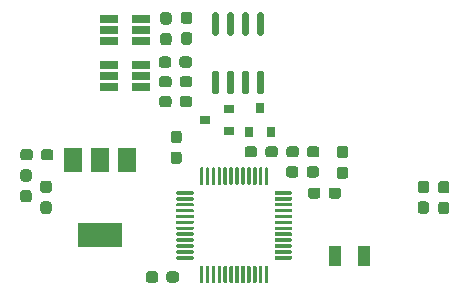
<source format=gbr>
%TF.GenerationSoftware,KiCad,Pcbnew,(5.1.6-0-10_14)*%
%TF.CreationDate,2020-07-31T15:00:41-05:00*%
%TF.ProjectId,final_fingerprint_sensor,66696e61-6c5f-4666-996e-676572707269,rev?*%
%TF.SameCoordinates,Original*%
%TF.FileFunction,Paste,Top*%
%TF.FilePolarity,Positive*%
%FSLAX46Y46*%
G04 Gerber Fmt 4.6, Leading zero omitted, Abs format (unit mm)*
G04 Created by KiCad (PCBNEW (5.1.6-0-10_14)) date 2020-07-31 15:00:41*
%MOMM*%
%LPD*%
G01*
G04 APERTURE LIST*
%ADD10R,0.900000X0.800000*%
%ADD11R,0.800000X0.900000*%
%ADD12R,3.800000X2.000000*%
%ADD13R,1.500000X2.000000*%
%ADD14R,1.560000X0.650000*%
%ADD15R,1.000000X1.800000*%
G04 APERTURE END LIST*
%TO.C,U3*%
G36*
G01*
X133675000Y-77600000D02*
X133675000Y-77750000D01*
G75*
G02*
X133600000Y-77825000I-75000J0D01*
G01*
X132275000Y-77825000D01*
G75*
G02*
X132200000Y-77750000I0J75000D01*
G01*
X132200000Y-77600000D01*
G75*
G02*
X132275000Y-77525000I75000J0D01*
G01*
X133600000Y-77525000D01*
G75*
G02*
X133675000Y-77600000I0J-75000D01*
G01*
G37*
G36*
G01*
X133675000Y-77100000D02*
X133675000Y-77250000D01*
G75*
G02*
X133600000Y-77325000I-75000J0D01*
G01*
X132275000Y-77325000D01*
G75*
G02*
X132200000Y-77250000I0J75000D01*
G01*
X132200000Y-77100000D01*
G75*
G02*
X132275000Y-77025000I75000J0D01*
G01*
X133600000Y-77025000D01*
G75*
G02*
X133675000Y-77100000I0J-75000D01*
G01*
G37*
G36*
G01*
X133675000Y-76600000D02*
X133675000Y-76750000D01*
G75*
G02*
X133600000Y-76825000I-75000J0D01*
G01*
X132275000Y-76825000D01*
G75*
G02*
X132200000Y-76750000I0J75000D01*
G01*
X132200000Y-76600000D01*
G75*
G02*
X132275000Y-76525000I75000J0D01*
G01*
X133600000Y-76525000D01*
G75*
G02*
X133675000Y-76600000I0J-75000D01*
G01*
G37*
G36*
G01*
X133675000Y-76100000D02*
X133675000Y-76250000D01*
G75*
G02*
X133600000Y-76325000I-75000J0D01*
G01*
X132275000Y-76325000D01*
G75*
G02*
X132200000Y-76250000I0J75000D01*
G01*
X132200000Y-76100000D01*
G75*
G02*
X132275000Y-76025000I75000J0D01*
G01*
X133600000Y-76025000D01*
G75*
G02*
X133675000Y-76100000I0J-75000D01*
G01*
G37*
G36*
G01*
X133675000Y-75600000D02*
X133675000Y-75750000D01*
G75*
G02*
X133600000Y-75825000I-75000J0D01*
G01*
X132275000Y-75825000D01*
G75*
G02*
X132200000Y-75750000I0J75000D01*
G01*
X132200000Y-75600000D01*
G75*
G02*
X132275000Y-75525000I75000J0D01*
G01*
X133600000Y-75525000D01*
G75*
G02*
X133675000Y-75600000I0J-75000D01*
G01*
G37*
G36*
G01*
X133675000Y-75100000D02*
X133675000Y-75250000D01*
G75*
G02*
X133600000Y-75325000I-75000J0D01*
G01*
X132275000Y-75325000D01*
G75*
G02*
X132200000Y-75250000I0J75000D01*
G01*
X132200000Y-75100000D01*
G75*
G02*
X132275000Y-75025000I75000J0D01*
G01*
X133600000Y-75025000D01*
G75*
G02*
X133675000Y-75100000I0J-75000D01*
G01*
G37*
G36*
G01*
X133675000Y-74600000D02*
X133675000Y-74750000D01*
G75*
G02*
X133600000Y-74825000I-75000J0D01*
G01*
X132275000Y-74825000D01*
G75*
G02*
X132200000Y-74750000I0J75000D01*
G01*
X132200000Y-74600000D01*
G75*
G02*
X132275000Y-74525000I75000J0D01*
G01*
X133600000Y-74525000D01*
G75*
G02*
X133675000Y-74600000I0J-75000D01*
G01*
G37*
G36*
G01*
X133675000Y-74100000D02*
X133675000Y-74250000D01*
G75*
G02*
X133600000Y-74325000I-75000J0D01*
G01*
X132275000Y-74325000D01*
G75*
G02*
X132200000Y-74250000I0J75000D01*
G01*
X132200000Y-74100000D01*
G75*
G02*
X132275000Y-74025000I75000J0D01*
G01*
X133600000Y-74025000D01*
G75*
G02*
X133675000Y-74100000I0J-75000D01*
G01*
G37*
G36*
G01*
X133675000Y-73600000D02*
X133675000Y-73750000D01*
G75*
G02*
X133600000Y-73825000I-75000J0D01*
G01*
X132275000Y-73825000D01*
G75*
G02*
X132200000Y-73750000I0J75000D01*
G01*
X132200000Y-73600000D01*
G75*
G02*
X132275000Y-73525000I75000J0D01*
G01*
X133600000Y-73525000D01*
G75*
G02*
X133675000Y-73600000I0J-75000D01*
G01*
G37*
G36*
G01*
X133675000Y-73100000D02*
X133675000Y-73250000D01*
G75*
G02*
X133600000Y-73325000I-75000J0D01*
G01*
X132275000Y-73325000D01*
G75*
G02*
X132200000Y-73250000I0J75000D01*
G01*
X132200000Y-73100000D01*
G75*
G02*
X132275000Y-73025000I75000J0D01*
G01*
X133600000Y-73025000D01*
G75*
G02*
X133675000Y-73100000I0J-75000D01*
G01*
G37*
G36*
G01*
X133675000Y-72600000D02*
X133675000Y-72750000D01*
G75*
G02*
X133600000Y-72825000I-75000J0D01*
G01*
X132275000Y-72825000D01*
G75*
G02*
X132200000Y-72750000I0J75000D01*
G01*
X132200000Y-72600000D01*
G75*
G02*
X132275000Y-72525000I75000J0D01*
G01*
X133600000Y-72525000D01*
G75*
G02*
X133675000Y-72600000I0J-75000D01*
G01*
G37*
G36*
G01*
X133675000Y-72100000D02*
X133675000Y-72250000D01*
G75*
G02*
X133600000Y-72325000I-75000J0D01*
G01*
X132275000Y-72325000D01*
G75*
G02*
X132200000Y-72250000I0J75000D01*
G01*
X132200000Y-72100000D01*
G75*
G02*
X132275000Y-72025000I75000J0D01*
G01*
X133600000Y-72025000D01*
G75*
G02*
X133675000Y-72100000I0J-75000D01*
G01*
G37*
G36*
G01*
X131675000Y-70100000D02*
X131675000Y-71425000D01*
G75*
G02*
X131600000Y-71500000I-75000J0D01*
G01*
X131450000Y-71500000D01*
G75*
G02*
X131375000Y-71425000I0J75000D01*
G01*
X131375000Y-70100000D01*
G75*
G02*
X131450000Y-70025000I75000J0D01*
G01*
X131600000Y-70025000D01*
G75*
G02*
X131675000Y-70100000I0J-75000D01*
G01*
G37*
G36*
G01*
X131175000Y-70100000D02*
X131175000Y-71425000D01*
G75*
G02*
X131100000Y-71500000I-75000J0D01*
G01*
X130950000Y-71500000D01*
G75*
G02*
X130875000Y-71425000I0J75000D01*
G01*
X130875000Y-70100000D01*
G75*
G02*
X130950000Y-70025000I75000J0D01*
G01*
X131100000Y-70025000D01*
G75*
G02*
X131175000Y-70100000I0J-75000D01*
G01*
G37*
G36*
G01*
X130675000Y-70100000D02*
X130675000Y-71425000D01*
G75*
G02*
X130600000Y-71500000I-75000J0D01*
G01*
X130450000Y-71500000D01*
G75*
G02*
X130375000Y-71425000I0J75000D01*
G01*
X130375000Y-70100000D01*
G75*
G02*
X130450000Y-70025000I75000J0D01*
G01*
X130600000Y-70025000D01*
G75*
G02*
X130675000Y-70100000I0J-75000D01*
G01*
G37*
G36*
G01*
X130175000Y-70100000D02*
X130175000Y-71425000D01*
G75*
G02*
X130100000Y-71500000I-75000J0D01*
G01*
X129950000Y-71500000D01*
G75*
G02*
X129875000Y-71425000I0J75000D01*
G01*
X129875000Y-70100000D01*
G75*
G02*
X129950000Y-70025000I75000J0D01*
G01*
X130100000Y-70025000D01*
G75*
G02*
X130175000Y-70100000I0J-75000D01*
G01*
G37*
G36*
G01*
X129675000Y-70100000D02*
X129675000Y-71425000D01*
G75*
G02*
X129600000Y-71500000I-75000J0D01*
G01*
X129450000Y-71500000D01*
G75*
G02*
X129375000Y-71425000I0J75000D01*
G01*
X129375000Y-70100000D01*
G75*
G02*
X129450000Y-70025000I75000J0D01*
G01*
X129600000Y-70025000D01*
G75*
G02*
X129675000Y-70100000I0J-75000D01*
G01*
G37*
G36*
G01*
X129175000Y-70100000D02*
X129175000Y-71425000D01*
G75*
G02*
X129100000Y-71500000I-75000J0D01*
G01*
X128950000Y-71500000D01*
G75*
G02*
X128875000Y-71425000I0J75000D01*
G01*
X128875000Y-70100000D01*
G75*
G02*
X128950000Y-70025000I75000J0D01*
G01*
X129100000Y-70025000D01*
G75*
G02*
X129175000Y-70100000I0J-75000D01*
G01*
G37*
G36*
G01*
X128675000Y-70100000D02*
X128675000Y-71425000D01*
G75*
G02*
X128600000Y-71500000I-75000J0D01*
G01*
X128450000Y-71500000D01*
G75*
G02*
X128375000Y-71425000I0J75000D01*
G01*
X128375000Y-70100000D01*
G75*
G02*
X128450000Y-70025000I75000J0D01*
G01*
X128600000Y-70025000D01*
G75*
G02*
X128675000Y-70100000I0J-75000D01*
G01*
G37*
G36*
G01*
X128175000Y-70100000D02*
X128175000Y-71425000D01*
G75*
G02*
X128100000Y-71500000I-75000J0D01*
G01*
X127950000Y-71500000D01*
G75*
G02*
X127875000Y-71425000I0J75000D01*
G01*
X127875000Y-70100000D01*
G75*
G02*
X127950000Y-70025000I75000J0D01*
G01*
X128100000Y-70025000D01*
G75*
G02*
X128175000Y-70100000I0J-75000D01*
G01*
G37*
G36*
G01*
X127675000Y-70100000D02*
X127675000Y-71425000D01*
G75*
G02*
X127600000Y-71500000I-75000J0D01*
G01*
X127450000Y-71500000D01*
G75*
G02*
X127375000Y-71425000I0J75000D01*
G01*
X127375000Y-70100000D01*
G75*
G02*
X127450000Y-70025000I75000J0D01*
G01*
X127600000Y-70025000D01*
G75*
G02*
X127675000Y-70100000I0J-75000D01*
G01*
G37*
G36*
G01*
X127175000Y-70100000D02*
X127175000Y-71425000D01*
G75*
G02*
X127100000Y-71500000I-75000J0D01*
G01*
X126950000Y-71500000D01*
G75*
G02*
X126875000Y-71425000I0J75000D01*
G01*
X126875000Y-70100000D01*
G75*
G02*
X126950000Y-70025000I75000J0D01*
G01*
X127100000Y-70025000D01*
G75*
G02*
X127175000Y-70100000I0J-75000D01*
G01*
G37*
G36*
G01*
X126675000Y-70100000D02*
X126675000Y-71425000D01*
G75*
G02*
X126600000Y-71500000I-75000J0D01*
G01*
X126450000Y-71500000D01*
G75*
G02*
X126375000Y-71425000I0J75000D01*
G01*
X126375000Y-70100000D01*
G75*
G02*
X126450000Y-70025000I75000J0D01*
G01*
X126600000Y-70025000D01*
G75*
G02*
X126675000Y-70100000I0J-75000D01*
G01*
G37*
G36*
G01*
X126175000Y-70100000D02*
X126175000Y-71425000D01*
G75*
G02*
X126100000Y-71500000I-75000J0D01*
G01*
X125950000Y-71500000D01*
G75*
G02*
X125875000Y-71425000I0J75000D01*
G01*
X125875000Y-70100000D01*
G75*
G02*
X125950000Y-70025000I75000J0D01*
G01*
X126100000Y-70025000D01*
G75*
G02*
X126175000Y-70100000I0J-75000D01*
G01*
G37*
G36*
G01*
X125350000Y-72100000D02*
X125350000Y-72250000D01*
G75*
G02*
X125275000Y-72325000I-75000J0D01*
G01*
X123950000Y-72325000D01*
G75*
G02*
X123875000Y-72250000I0J75000D01*
G01*
X123875000Y-72100000D01*
G75*
G02*
X123950000Y-72025000I75000J0D01*
G01*
X125275000Y-72025000D01*
G75*
G02*
X125350000Y-72100000I0J-75000D01*
G01*
G37*
G36*
G01*
X125350000Y-72600000D02*
X125350000Y-72750000D01*
G75*
G02*
X125275000Y-72825000I-75000J0D01*
G01*
X123950000Y-72825000D01*
G75*
G02*
X123875000Y-72750000I0J75000D01*
G01*
X123875000Y-72600000D01*
G75*
G02*
X123950000Y-72525000I75000J0D01*
G01*
X125275000Y-72525000D01*
G75*
G02*
X125350000Y-72600000I0J-75000D01*
G01*
G37*
G36*
G01*
X125350000Y-73100000D02*
X125350000Y-73250000D01*
G75*
G02*
X125275000Y-73325000I-75000J0D01*
G01*
X123950000Y-73325000D01*
G75*
G02*
X123875000Y-73250000I0J75000D01*
G01*
X123875000Y-73100000D01*
G75*
G02*
X123950000Y-73025000I75000J0D01*
G01*
X125275000Y-73025000D01*
G75*
G02*
X125350000Y-73100000I0J-75000D01*
G01*
G37*
G36*
G01*
X125350000Y-73600000D02*
X125350000Y-73750000D01*
G75*
G02*
X125275000Y-73825000I-75000J0D01*
G01*
X123950000Y-73825000D01*
G75*
G02*
X123875000Y-73750000I0J75000D01*
G01*
X123875000Y-73600000D01*
G75*
G02*
X123950000Y-73525000I75000J0D01*
G01*
X125275000Y-73525000D01*
G75*
G02*
X125350000Y-73600000I0J-75000D01*
G01*
G37*
G36*
G01*
X125350000Y-74100000D02*
X125350000Y-74250000D01*
G75*
G02*
X125275000Y-74325000I-75000J0D01*
G01*
X123950000Y-74325000D01*
G75*
G02*
X123875000Y-74250000I0J75000D01*
G01*
X123875000Y-74100000D01*
G75*
G02*
X123950000Y-74025000I75000J0D01*
G01*
X125275000Y-74025000D01*
G75*
G02*
X125350000Y-74100000I0J-75000D01*
G01*
G37*
G36*
G01*
X125350000Y-74600000D02*
X125350000Y-74750000D01*
G75*
G02*
X125275000Y-74825000I-75000J0D01*
G01*
X123950000Y-74825000D01*
G75*
G02*
X123875000Y-74750000I0J75000D01*
G01*
X123875000Y-74600000D01*
G75*
G02*
X123950000Y-74525000I75000J0D01*
G01*
X125275000Y-74525000D01*
G75*
G02*
X125350000Y-74600000I0J-75000D01*
G01*
G37*
G36*
G01*
X125350000Y-75100000D02*
X125350000Y-75250000D01*
G75*
G02*
X125275000Y-75325000I-75000J0D01*
G01*
X123950000Y-75325000D01*
G75*
G02*
X123875000Y-75250000I0J75000D01*
G01*
X123875000Y-75100000D01*
G75*
G02*
X123950000Y-75025000I75000J0D01*
G01*
X125275000Y-75025000D01*
G75*
G02*
X125350000Y-75100000I0J-75000D01*
G01*
G37*
G36*
G01*
X125350000Y-75600000D02*
X125350000Y-75750000D01*
G75*
G02*
X125275000Y-75825000I-75000J0D01*
G01*
X123950000Y-75825000D01*
G75*
G02*
X123875000Y-75750000I0J75000D01*
G01*
X123875000Y-75600000D01*
G75*
G02*
X123950000Y-75525000I75000J0D01*
G01*
X125275000Y-75525000D01*
G75*
G02*
X125350000Y-75600000I0J-75000D01*
G01*
G37*
G36*
G01*
X125350000Y-76100000D02*
X125350000Y-76250000D01*
G75*
G02*
X125275000Y-76325000I-75000J0D01*
G01*
X123950000Y-76325000D01*
G75*
G02*
X123875000Y-76250000I0J75000D01*
G01*
X123875000Y-76100000D01*
G75*
G02*
X123950000Y-76025000I75000J0D01*
G01*
X125275000Y-76025000D01*
G75*
G02*
X125350000Y-76100000I0J-75000D01*
G01*
G37*
G36*
G01*
X125350000Y-76600000D02*
X125350000Y-76750000D01*
G75*
G02*
X125275000Y-76825000I-75000J0D01*
G01*
X123950000Y-76825000D01*
G75*
G02*
X123875000Y-76750000I0J75000D01*
G01*
X123875000Y-76600000D01*
G75*
G02*
X123950000Y-76525000I75000J0D01*
G01*
X125275000Y-76525000D01*
G75*
G02*
X125350000Y-76600000I0J-75000D01*
G01*
G37*
G36*
G01*
X125350000Y-77100000D02*
X125350000Y-77250000D01*
G75*
G02*
X125275000Y-77325000I-75000J0D01*
G01*
X123950000Y-77325000D01*
G75*
G02*
X123875000Y-77250000I0J75000D01*
G01*
X123875000Y-77100000D01*
G75*
G02*
X123950000Y-77025000I75000J0D01*
G01*
X125275000Y-77025000D01*
G75*
G02*
X125350000Y-77100000I0J-75000D01*
G01*
G37*
G36*
G01*
X125350000Y-77600000D02*
X125350000Y-77750000D01*
G75*
G02*
X125275000Y-77825000I-75000J0D01*
G01*
X123950000Y-77825000D01*
G75*
G02*
X123875000Y-77750000I0J75000D01*
G01*
X123875000Y-77600000D01*
G75*
G02*
X123950000Y-77525000I75000J0D01*
G01*
X125275000Y-77525000D01*
G75*
G02*
X125350000Y-77600000I0J-75000D01*
G01*
G37*
G36*
G01*
X126175000Y-78425000D02*
X126175000Y-79750000D01*
G75*
G02*
X126100000Y-79825000I-75000J0D01*
G01*
X125950000Y-79825000D01*
G75*
G02*
X125875000Y-79750000I0J75000D01*
G01*
X125875000Y-78425000D01*
G75*
G02*
X125950000Y-78350000I75000J0D01*
G01*
X126100000Y-78350000D01*
G75*
G02*
X126175000Y-78425000I0J-75000D01*
G01*
G37*
G36*
G01*
X126675000Y-78425000D02*
X126675000Y-79750000D01*
G75*
G02*
X126600000Y-79825000I-75000J0D01*
G01*
X126450000Y-79825000D01*
G75*
G02*
X126375000Y-79750000I0J75000D01*
G01*
X126375000Y-78425000D01*
G75*
G02*
X126450000Y-78350000I75000J0D01*
G01*
X126600000Y-78350000D01*
G75*
G02*
X126675000Y-78425000I0J-75000D01*
G01*
G37*
G36*
G01*
X127175000Y-78425000D02*
X127175000Y-79750000D01*
G75*
G02*
X127100000Y-79825000I-75000J0D01*
G01*
X126950000Y-79825000D01*
G75*
G02*
X126875000Y-79750000I0J75000D01*
G01*
X126875000Y-78425000D01*
G75*
G02*
X126950000Y-78350000I75000J0D01*
G01*
X127100000Y-78350000D01*
G75*
G02*
X127175000Y-78425000I0J-75000D01*
G01*
G37*
G36*
G01*
X127675000Y-78425000D02*
X127675000Y-79750000D01*
G75*
G02*
X127600000Y-79825000I-75000J0D01*
G01*
X127450000Y-79825000D01*
G75*
G02*
X127375000Y-79750000I0J75000D01*
G01*
X127375000Y-78425000D01*
G75*
G02*
X127450000Y-78350000I75000J0D01*
G01*
X127600000Y-78350000D01*
G75*
G02*
X127675000Y-78425000I0J-75000D01*
G01*
G37*
G36*
G01*
X128175000Y-78425000D02*
X128175000Y-79750000D01*
G75*
G02*
X128100000Y-79825000I-75000J0D01*
G01*
X127950000Y-79825000D01*
G75*
G02*
X127875000Y-79750000I0J75000D01*
G01*
X127875000Y-78425000D01*
G75*
G02*
X127950000Y-78350000I75000J0D01*
G01*
X128100000Y-78350000D01*
G75*
G02*
X128175000Y-78425000I0J-75000D01*
G01*
G37*
G36*
G01*
X128675000Y-78425000D02*
X128675000Y-79750000D01*
G75*
G02*
X128600000Y-79825000I-75000J0D01*
G01*
X128450000Y-79825000D01*
G75*
G02*
X128375000Y-79750000I0J75000D01*
G01*
X128375000Y-78425000D01*
G75*
G02*
X128450000Y-78350000I75000J0D01*
G01*
X128600000Y-78350000D01*
G75*
G02*
X128675000Y-78425000I0J-75000D01*
G01*
G37*
G36*
G01*
X129175000Y-78425000D02*
X129175000Y-79750000D01*
G75*
G02*
X129100000Y-79825000I-75000J0D01*
G01*
X128950000Y-79825000D01*
G75*
G02*
X128875000Y-79750000I0J75000D01*
G01*
X128875000Y-78425000D01*
G75*
G02*
X128950000Y-78350000I75000J0D01*
G01*
X129100000Y-78350000D01*
G75*
G02*
X129175000Y-78425000I0J-75000D01*
G01*
G37*
G36*
G01*
X129675000Y-78425000D02*
X129675000Y-79750000D01*
G75*
G02*
X129600000Y-79825000I-75000J0D01*
G01*
X129450000Y-79825000D01*
G75*
G02*
X129375000Y-79750000I0J75000D01*
G01*
X129375000Y-78425000D01*
G75*
G02*
X129450000Y-78350000I75000J0D01*
G01*
X129600000Y-78350000D01*
G75*
G02*
X129675000Y-78425000I0J-75000D01*
G01*
G37*
G36*
G01*
X130175000Y-78425000D02*
X130175000Y-79750000D01*
G75*
G02*
X130100000Y-79825000I-75000J0D01*
G01*
X129950000Y-79825000D01*
G75*
G02*
X129875000Y-79750000I0J75000D01*
G01*
X129875000Y-78425000D01*
G75*
G02*
X129950000Y-78350000I75000J0D01*
G01*
X130100000Y-78350000D01*
G75*
G02*
X130175000Y-78425000I0J-75000D01*
G01*
G37*
G36*
G01*
X130675000Y-78425000D02*
X130675000Y-79750000D01*
G75*
G02*
X130600000Y-79825000I-75000J0D01*
G01*
X130450000Y-79825000D01*
G75*
G02*
X130375000Y-79750000I0J75000D01*
G01*
X130375000Y-78425000D01*
G75*
G02*
X130450000Y-78350000I75000J0D01*
G01*
X130600000Y-78350000D01*
G75*
G02*
X130675000Y-78425000I0J-75000D01*
G01*
G37*
G36*
G01*
X131175000Y-78425000D02*
X131175000Y-79750000D01*
G75*
G02*
X131100000Y-79825000I-75000J0D01*
G01*
X130950000Y-79825000D01*
G75*
G02*
X130875000Y-79750000I0J75000D01*
G01*
X130875000Y-78425000D01*
G75*
G02*
X130950000Y-78350000I75000J0D01*
G01*
X131100000Y-78350000D01*
G75*
G02*
X131175000Y-78425000I0J-75000D01*
G01*
G37*
G36*
G01*
X131675000Y-78425000D02*
X131675000Y-79750000D01*
G75*
G02*
X131600000Y-79825000I-75000J0D01*
G01*
X131450000Y-79825000D01*
G75*
G02*
X131375000Y-79750000I0J75000D01*
G01*
X131375000Y-78425000D01*
G75*
G02*
X131450000Y-78350000I75000J0D01*
G01*
X131600000Y-78350000D01*
G75*
G02*
X131675000Y-78425000I0J-75000D01*
G01*
G37*
%TD*%
%TO.C,C14*%
G36*
G01*
X124175000Y-64687500D02*
X124175000Y-64212500D01*
G75*
G02*
X124412500Y-63975000I237500J0D01*
G01*
X124987500Y-63975000D01*
G75*
G02*
X125225000Y-64212500I0J-237500D01*
G01*
X125225000Y-64687500D01*
G75*
G02*
X124987500Y-64925000I-237500J0D01*
G01*
X124412500Y-64925000D01*
G75*
G02*
X124175000Y-64687500I0J237500D01*
G01*
G37*
G36*
G01*
X122425000Y-64687500D02*
X122425000Y-64212500D01*
G75*
G02*
X122662500Y-63975000I237500J0D01*
G01*
X123237500Y-63975000D01*
G75*
G02*
X123475000Y-64212500I0J-237500D01*
G01*
X123475000Y-64687500D01*
G75*
G02*
X123237500Y-64925000I-237500J0D01*
G01*
X122662500Y-64925000D01*
G75*
G02*
X122425000Y-64687500I0J237500D01*
G01*
G37*
%TD*%
D10*
%TO.C,Q1*%
X126325000Y-66000000D03*
X128325000Y-65050000D03*
X128325000Y-66950000D03*
%TD*%
D11*
%TO.C,Q2*%
X130000000Y-67025000D03*
X131900000Y-67025000D03*
X130950000Y-65025000D03*
%TD*%
%TO.C,R7*%
G36*
G01*
X112612500Y-72900000D02*
X113087500Y-72900000D01*
G75*
G02*
X113325000Y-73137500I0J-237500D01*
G01*
X113325000Y-73712500D01*
G75*
G02*
X113087500Y-73950000I-237500J0D01*
G01*
X112612500Y-73950000D01*
G75*
G02*
X112375000Y-73712500I0J237500D01*
G01*
X112375000Y-73137500D01*
G75*
G02*
X112612500Y-72900000I237500J0D01*
G01*
G37*
G36*
G01*
X112612500Y-71150000D02*
X113087500Y-71150000D01*
G75*
G02*
X113325000Y-71387500I0J-237500D01*
G01*
X113325000Y-71962500D01*
G75*
G02*
X113087500Y-72200000I-237500J0D01*
G01*
X112612500Y-72200000D01*
G75*
G02*
X112375000Y-71962500I0J237500D01*
G01*
X112375000Y-71387500D01*
G75*
G02*
X112612500Y-71150000I237500J0D01*
G01*
G37*
%TD*%
%TO.C,R8*%
G36*
G01*
X110912500Y-70175000D02*
X111387500Y-70175000D01*
G75*
G02*
X111625000Y-70412500I0J-237500D01*
G01*
X111625000Y-70987500D01*
G75*
G02*
X111387500Y-71225000I-237500J0D01*
G01*
X110912500Y-71225000D01*
G75*
G02*
X110675000Y-70987500I0J237500D01*
G01*
X110675000Y-70412500D01*
G75*
G02*
X110912500Y-70175000I237500J0D01*
G01*
G37*
G36*
G01*
X110912500Y-71925000D02*
X111387500Y-71925000D01*
G75*
G02*
X111625000Y-72162500I0J-237500D01*
G01*
X111625000Y-72737500D01*
G75*
G02*
X111387500Y-72975000I-237500J0D01*
G01*
X110912500Y-72975000D01*
G75*
G02*
X110675000Y-72737500I0J237500D01*
G01*
X110675000Y-72162500D01*
G75*
G02*
X110912500Y-71925000I237500J0D01*
G01*
G37*
%TD*%
%TO.C,R9*%
G36*
G01*
X122425000Y-63012500D02*
X122425000Y-62537500D01*
G75*
G02*
X122662500Y-62300000I237500J0D01*
G01*
X123237500Y-62300000D01*
G75*
G02*
X123475000Y-62537500I0J-237500D01*
G01*
X123475000Y-63012500D01*
G75*
G02*
X123237500Y-63250000I-237500J0D01*
G01*
X122662500Y-63250000D01*
G75*
G02*
X122425000Y-63012500I0J237500D01*
G01*
G37*
G36*
G01*
X124175000Y-63012500D02*
X124175000Y-62537500D01*
G75*
G02*
X124412500Y-62300000I237500J0D01*
G01*
X124987500Y-62300000D01*
G75*
G02*
X125225000Y-62537500I0J-237500D01*
G01*
X125225000Y-63012500D01*
G75*
G02*
X124987500Y-63250000I-237500J0D01*
G01*
X124412500Y-63250000D01*
G75*
G02*
X124175000Y-63012500I0J237500D01*
G01*
G37*
%TD*%
%TO.C,R10*%
G36*
G01*
X122762500Y-58625000D02*
X123237500Y-58625000D01*
G75*
G02*
X123475000Y-58862500I0J-237500D01*
G01*
X123475000Y-59437500D01*
G75*
G02*
X123237500Y-59675000I-237500J0D01*
G01*
X122762500Y-59675000D01*
G75*
G02*
X122525000Y-59437500I0J237500D01*
G01*
X122525000Y-58862500D01*
G75*
G02*
X122762500Y-58625000I237500J0D01*
G01*
G37*
G36*
G01*
X122762500Y-56875000D02*
X123237500Y-56875000D01*
G75*
G02*
X123475000Y-57112500I0J-237500D01*
G01*
X123475000Y-57687500D01*
G75*
G02*
X123237500Y-57925000I-237500J0D01*
G01*
X122762500Y-57925000D01*
G75*
G02*
X122525000Y-57687500I0J237500D01*
G01*
X122525000Y-57112500D01*
G75*
G02*
X122762500Y-56875000I237500J0D01*
G01*
G37*
%TD*%
%TO.C,R11*%
G36*
G01*
X136075000Y-71962500D02*
X136075000Y-72437500D01*
G75*
G02*
X135837500Y-72675000I-237500J0D01*
G01*
X135262500Y-72675000D01*
G75*
G02*
X135025000Y-72437500I0J237500D01*
G01*
X135025000Y-71962500D01*
G75*
G02*
X135262500Y-71725000I237500J0D01*
G01*
X135837500Y-71725000D01*
G75*
G02*
X136075000Y-71962500I0J-237500D01*
G01*
G37*
G36*
G01*
X137825000Y-71962500D02*
X137825000Y-72437500D01*
G75*
G02*
X137587500Y-72675000I-237500J0D01*
G01*
X137012500Y-72675000D01*
G75*
G02*
X136775000Y-72437500I0J237500D01*
G01*
X136775000Y-71962500D01*
G75*
G02*
X137012500Y-71725000I237500J0D01*
G01*
X137587500Y-71725000D01*
G75*
G02*
X137825000Y-71962500I0J-237500D01*
G01*
G37*
%TD*%
%TO.C,R12*%
G36*
G01*
X136000000Y-68462500D02*
X136000000Y-68937500D01*
G75*
G02*
X135762500Y-69175000I-237500J0D01*
G01*
X135187500Y-69175000D01*
G75*
G02*
X134950000Y-68937500I0J237500D01*
G01*
X134950000Y-68462500D01*
G75*
G02*
X135187500Y-68225000I237500J0D01*
G01*
X135762500Y-68225000D01*
G75*
G02*
X136000000Y-68462500I0J-237500D01*
G01*
G37*
G36*
G01*
X134250000Y-68462500D02*
X134250000Y-68937500D01*
G75*
G02*
X134012500Y-69175000I-237500J0D01*
G01*
X133437500Y-69175000D01*
G75*
G02*
X133200000Y-68937500I0J237500D01*
G01*
X133200000Y-68462500D01*
G75*
G02*
X133437500Y-68225000I237500J0D01*
G01*
X134012500Y-68225000D01*
G75*
G02*
X134250000Y-68462500I0J-237500D01*
G01*
G37*
%TD*%
%TO.C,R13*%
G36*
G01*
X130725000Y-68462500D02*
X130725000Y-68937500D01*
G75*
G02*
X130487500Y-69175000I-237500J0D01*
G01*
X129912500Y-69175000D01*
G75*
G02*
X129675000Y-68937500I0J237500D01*
G01*
X129675000Y-68462500D01*
G75*
G02*
X129912500Y-68225000I237500J0D01*
G01*
X130487500Y-68225000D01*
G75*
G02*
X130725000Y-68462500I0J-237500D01*
G01*
G37*
G36*
G01*
X132475000Y-68462500D02*
X132475000Y-68937500D01*
G75*
G02*
X132237500Y-69175000I-237500J0D01*
G01*
X131662500Y-69175000D01*
G75*
G02*
X131425000Y-68937500I0J237500D01*
G01*
X131425000Y-68462500D01*
G75*
G02*
X131662500Y-68225000I237500J0D01*
G01*
X132237500Y-68225000D01*
G75*
G02*
X132475000Y-68462500I0J-237500D01*
G01*
G37*
%TD*%
%TO.C,R15*%
G36*
G01*
X122350000Y-79062500D02*
X122350000Y-79537500D01*
G75*
G02*
X122112500Y-79775000I-237500J0D01*
G01*
X121537500Y-79775000D01*
G75*
G02*
X121300000Y-79537500I0J237500D01*
G01*
X121300000Y-79062500D01*
G75*
G02*
X121537500Y-78825000I237500J0D01*
G01*
X122112500Y-78825000D01*
G75*
G02*
X122350000Y-79062500I0J-237500D01*
G01*
G37*
G36*
G01*
X124100000Y-79062500D02*
X124100000Y-79537500D01*
G75*
G02*
X123862500Y-79775000I-237500J0D01*
G01*
X123287500Y-79775000D01*
G75*
G02*
X123050000Y-79537500I0J237500D01*
G01*
X123050000Y-79062500D01*
G75*
G02*
X123287500Y-78825000I237500J0D01*
G01*
X123862500Y-78825000D01*
G75*
G02*
X124100000Y-79062500I0J-237500D01*
G01*
G37*
%TD*%
%TO.C,R16*%
G36*
G01*
X123637500Y-66925000D02*
X124112500Y-66925000D01*
G75*
G02*
X124350000Y-67162500I0J-237500D01*
G01*
X124350000Y-67737500D01*
G75*
G02*
X124112500Y-67975000I-237500J0D01*
G01*
X123637500Y-67975000D01*
G75*
G02*
X123400000Y-67737500I0J237500D01*
G01*
X123400000Y-67162500D01*
G75*
G02*
X123637500Y-66925000I237500J0D01*
G01*
G37*
G36*
G01*
X123637500Y-68675000D02*
X124112500Y-68675000D01*
G75*
G02*
X124350000Y-68912500I0J-237500D01*
G01*
X124350000Y-69487500D01*
G75*
G02*
X124112500Y-69725000I-237500J0D01*
G01*
X123637500Y-69725000D01*
G75*
G02*
X123400000Y-69487500I0J237500D01*
G01*
X123400000Y-68912500D01*
G75*
G02*
X123637500Y-68675000I237500J0D01*
G01*
G37*
%TD*%
%TO.C,R25*%
G36*
G01*
X138187500Y-69250000D02*
X137712500Y-69250000D01*
G75*
G02*
X137475000Y-69012500I0J237500D01*
G01*
X137475000Y-68437500D01*
G75*
G02*
X137712500Y-68200000I237500J0D01*
G01*
X138187500Y-68200000D01*
G75*
G02*
X138425000Y-68437500I0J-237500D01*
G01*
X138425000Y-69012500D01*
G75*
G02*
X138187500Y-69250000I-237500J0D01*
G01*
G37*
G36*
G01*
X138187500Y-71000000D02*
X137712500Y-71000000D01*
G75*
G02*
X137475000Y-70762500I0J237500D01*
G01*
X137475000Y-70187500D01*
G75*
G02*
X137712500Y-69950000I237500J0D01*
G01*
X138187500Y-69950000D01*
G75*
G02*
X138425000Y-70187500I0J-237500D01*
G01*
X138425000Y-70762500D01*
G75*
G02*
X138187500Y-71000000I-237500J0D01*
G01*
G37*
%TD*%
%TO.C,R26*%
G36*
G01*
X135975000Y-70162500D02*
X135975000Y-70637500D01*
G75*
G02*
X135737500Y-70875000I-237500J0D01*
G01*
X135162500Y-70875000D01*
G75*
G02*
X134925000Y-70637500I0J237500D01*
G01*
X134925000Y-70162500D01*
G75*
G02*
X135162500Y-69925000I237500J0D01*
G01*
X135737500Y-69925000D01*
G75*
G02*
X135975000Y-70162500I0J-237500D01*
G01*
G37*
G36*
G01*
X134225000Y-70162500D02*
X134225000Y-70637500D01*
G75*
G02*
X133987500Y-70875000I-237500J0D01*
G01*
X133412500Y-70875000D01*
G75*
G02*
X133175000Y-70637500I0J237500D01*
G01*
X133175000Y-70162500D01*
G75*
G02*
X133412500Y-69925000I237500J0D01*
G01*
X133987500Y-69925000D01*
G75*
G02*
X134225000Y-70162500I0J-237500D01*
G01*
G37*
%TD*%
D12*
%TO.C,U1*%
X117425000Y-75700000D03*
D13*
X117425000Y-69400000D03*
X115125000Y-69400000D03*
X119725000Y-69400000D03*
%TD*%
D14*
%TO.C,U2*%
X120850000Y-62275000D03*
X120850000Y-61325000D03*
X120850000Y-63225000D03*
X118150000Y-63225000D03*
X118150000Y-62275000D03*
X118150000Y-61325000D03*
%TD*%
%TO.C,U5*%
X118150000Y-57450000D03*
X118150000Y-58400000D03*
X118150000Y-59350000D03*
X120850000Y-59350000D03*
X120850000Y-57450000D03*
X120850000Y-58400000D03*
%TD*%
%TO.C,U8*%
G36*
G01*
X127355000Y-63800000D02*
X127055000Y-63800000D01*
G75*
G02*
X126905000Y-63650000I0J150000D01*
G01*
X126905000Y-62000000D01*
G75*
G02*
X127055000Y-61850000I150000J0D01*
G01*
X127355000Y-61850000D01*
G75*
G02*
X127505000Y-62000000I0J-150000D01*
G01*
X127505000Y-63650000D01*
G75*
G02*
X127355000Y-63800000I-150000J0D01*
G01*
G37*
G36*
G01*
X128625000Y-63800000D02*
X128325000Y-63800000D01*
G75*
G02*
X128175000Y-63650000I0J150000D01*
G01*
X128175000Y-62000000D01*
G75*
G02*
X128325000Y-61850000I150000J0D01*
G01*
X128625000Y-61850000D01*
G75*
G02*
X128775000Y-62000000I0J-150000D01*
G01*
X128775000Y-63650000D01*
G75*
G02*
X128625000Y-63800000I-150000J0D01*
G01*
G37*
G36*
G01*
X129895000Y-63800000D02*
X129595000Y-63800000D01*
G75*
G02*
X129445000Y-63650000I0J150000D01*
G01*
X129445000Y-62000000D01*
G75*
G02*
X129595000Y-61850000I150000J0D01*
G01*
X129895000Y-61850000D01*
G75*
G02*
X130045000Y-62000000I0J-150000D01*
G01*
X130045000Y-63650000D01*
G75*
G02*
X129895000Y-63800000I-150000J0D01*
G01*
G37*
G36*
G01*
X131165000Y-63800000D02*
X130865000Y-63800000D01*
G75*
G02*
X130715000Y-63650000I0J150000D01*
G01*
X130715000Y-62000000D01*
G75*
G02*
X130865000Y-61850000I150000J0D01*
G01*
X131165000Y-61850000D01*
G75*
G02*
X131315000Y-62000000I0J-150000D01*
G01*
X131315000Y-63650000D01*
G75*
G02*
X131165000Y-63800000I-150000J0D01*
G01*
G37*
G36*
G01*
X131165000Y-58850000D02*
X130865000Y-58850000D01*
G75*
G02*
X130715000Y-58700000I0J150000D01*
G01*
X130715000Y-57050000D01*
G75*
G02*
X130865000Y-56900000I150000J0D01*
G01*
X131165000Y-56900000D01*
G75*
G02*
X131315000Y-57050000I0J-150000D01*
G01*
X131315000Y-58700000D01*
G75*
G02*
X131165000Y-58850000I-150000J0D01*
G01*
G37*
G36*
G01*
X129895000Y-58850000D02*
X129595000Y-58850000D01*
G75*
G02*
X129445000Y-58700000I0J150000D01*
G01*
X129445000Y-57050000D01*
G75*
G02*
X129595000Y-56900000I150000J0D01*
G01*
X129895000Y-56900000D01*
G75*
G02*
X130045000Y-57050000I0J-150000D01*
G01*
X130045000Y-58700000D01*
G75*
G02*
X129895000Y-58850000I-150000J0D01*
G01*
G37*
G36*
G01*
X128625000Y-58850000D02*
X128325000Y-58850000D01*
G75*
G02*
X128175000Y-58700000I0J150000D01*
G01*
X128175000Y-57050000D01*
G75*
G02*
X128325000Y-56900000I150000J0D01*
G01*
X128625000Y-56900000D01*
G75*
G02*
X128775000Y-57050000I0J-150000D01*
G01*
X128775000Y-58700000D01*
G75*
G02*
X128625000Y-58850000I-150000J0D01*
G01*
G37*
G36*
G01*
X127355000Y-58850000D02*
X127055000Y-58850000D01*
G75*
G02*
X126905000Y-58700000I0J150000D01*
G01*
X126905000Y-57050000D01*
G75*
G02*
X127055000Y-56900000I150000J0D01*
G01*
X127355000Y-56900000D01*
G75*
G02*
X127505000Y-57050000I0J-150000D01*
G01*
X127505000Y-58700000D01*
G75*
G02*
X127355000Y-58850000I-150000J0D01*
G01*
G37*
%TD*%
%TO.C,C2*%
G36*
G01*
X111725000Y-68712500D02*
X111725000Y-69187500D01*
G75*
G02*
X111487500Y-69425000I-237500J0D01*
G01*
X110912500Y-69425000D01*
G75*
G02*
X110675000Y-69187500I0J237500D01*
G01*
X110675000Y-68712500D01*
G75*
G02*
X110912500Y-68475000I237500J0D01*
G01*
X111487500Y-68475000D01*
G75*
G02*
X111725000Y-68712500I0J-237500D01*
G01*
G37*
G36*
G01*
X113475000Y-68712500D02*
X113475000Y-69187500D01*
G75*
G02*
X113237500Y-69425000I-237500J0D01*
G01*
X112662500Y-69425000D01*
G75*
G02*
X112425000Y-69187500I0J237500D01*
G01*
X112425000Y-68712500D01*
G75*
G02*
X112662500Y-68475000I237500J0D01*
G01*
X113237500Y-68475000D01*
G75*
G02*
X113475000Y-68712500I0J-237500D01*
G01*
G37*
%TD*%
%TO.C,C11*%
G36*
G01*
X123450000Y-60862500D02*
X123450000Y-61337500D01*
G75*
G02*
X123212500Y-61575000I-237500J0D01*
G01*
X122637500Y-61575000D01*
G75*
G02*
X122400000Y-61337500I0J237500D01*
G01*
X122400000Y-60862500D01*
G75*
G02*
X122637500Y-60625000I237500J0D01*
G01*
X123212500Y-60625000D01*
G75*
G02*
X123450000Y-60862500I0J-237500D01*
G01*
G37*
G36*
G01*
X125200000Y-60862500D02*
X125200000Y-61337500D01*
G75*
G02*
X124962500Y-61575000I-237500J0D01*
G01*
X124387500Y-61575000D01*
G75*
G02*
X124150000Y-61337500I0J237500D01*
G01*
X124150000Y-60862500D01*
G75*
G02*
X124387500Y-60625000I237500J0D01*
G01*
X124962500Y-60625000D01*
G75*
G02*
X125200000Y-60862500I0J-237500D01*
G01*
G37*
%TD*%
%TO.C,C12*%
G36*
G01*
X124987500Y-59625000D02*
X124512500Y-59625000D01*
G75*
G02*
X124275000Y-59387500I0J237500D01*
G01*
X124275000Y-58812500D01*
G75*
G02*
X124512500Y-58575000I237500J0D01*
G01*
X124987500Y-58575000D01*
G75*
G02*
X125225000Y-58812500I0J-237500D01*
G01*
X125225000Y-59387500D01*
G75*
G02*
X124987500Y-59625000I-237500J0D01*
G01*
G37*
G36*
G01*
X124987500Y-57875000D02*
X124512500Y-57875000D01*
G75*
G02*
X124275000Y-57637500I0J237500D01*
G01*
X124275000Y-57062500D01*
G75*
G02*
X124512500Y-56825000I237500J0D01*
G01*
X124987500Y-56825000D01*
G75*
G02*
X125225000Y-57062500I0J-237500D01*
G01*
X125225000Y-57637500D01*
G75*
G02*
X124987500Y-57875000I-237500J0D01*
G01*
G37*
%TD*%
D15*
%TO.C,Y1*%
X139800000Y-77550000D03*
X137300000Y-77550000D03*
%TD*%
%TO.C,C15*%
G36*
G01*
X145037500Y-72200000D02*
X144562500Y-72200000D01*
G75*
G02*
X144325000Y-71962500I0J237500D01*
G01*
X144325000Y-71387500D01*
G75*
G02*
X144562500Y-71150000I237500J0D01*
G01*
X145037500Y-71150000D01*
G75*
G02*
X145275000Y-71387500I0J-237500D01*
G01*
X145275000Y-71962500D01*
G75*
G02*
X145037500Y-72200000I-237500J0D01*
G01*
G37*
G36*
G01*
X145037500Y-73950000D02*
X144562500Y-73950000D01*
G75*
G02*
X144325000Y-73712500I0J237500D01*
G01*
X144325000Y-73137500D01*
G75*
G02*
X144562500Y-72900000I237500J0D01*
G01*
X145037500Y-72900000D01*
G75*
G02*
X145275000Y-73137500I0J-237500D01*
G01*
X145275000Y-73712500D01*
G75*
G02*
X145037500Y-73950000I-237500J0D01*
G01*
G37*
%TD*%
%TO.C,C17*%
G36*
G01*
X146762500Y-73975000D02*
X146287500Y-73975000D01*
G75*
G02*
X146050000Y-73737500I0J237500D01*
G01*
X146050000Y-73162500D01*
G75*
G02*
X146287500Y-72925000I237500J0D01*
G01*
X146762500Y-72925000D01*
G75*
G02*
X147000000Y-73162500I0J-237500D01*
G01*
X147000000Y-73737500D01*
G75*
G02*
X146762500Y-73975000I-237500J0D01*
G01*
G37*
G36*
G01*
X146762500Y-72225000D02*
X146287500Y-72225000D01*
G75*
G02*
X146050000Y-71987500I0J237500D01*
G01*
X146050000Y-71412500D01*
G75*
G02*
X146287500Y-71175000I237500J0D01*
G01*
X146762500Y-71175000D01*
G75*
G02*
X147000000Y-71412500I0J-237500D01*
G01*
X147000000Y-71987500D01*
G75*
G02*
X146762500Y-72225000I-237500J0D01*
G01*
G37*
%TD*%
M02*

</source>
